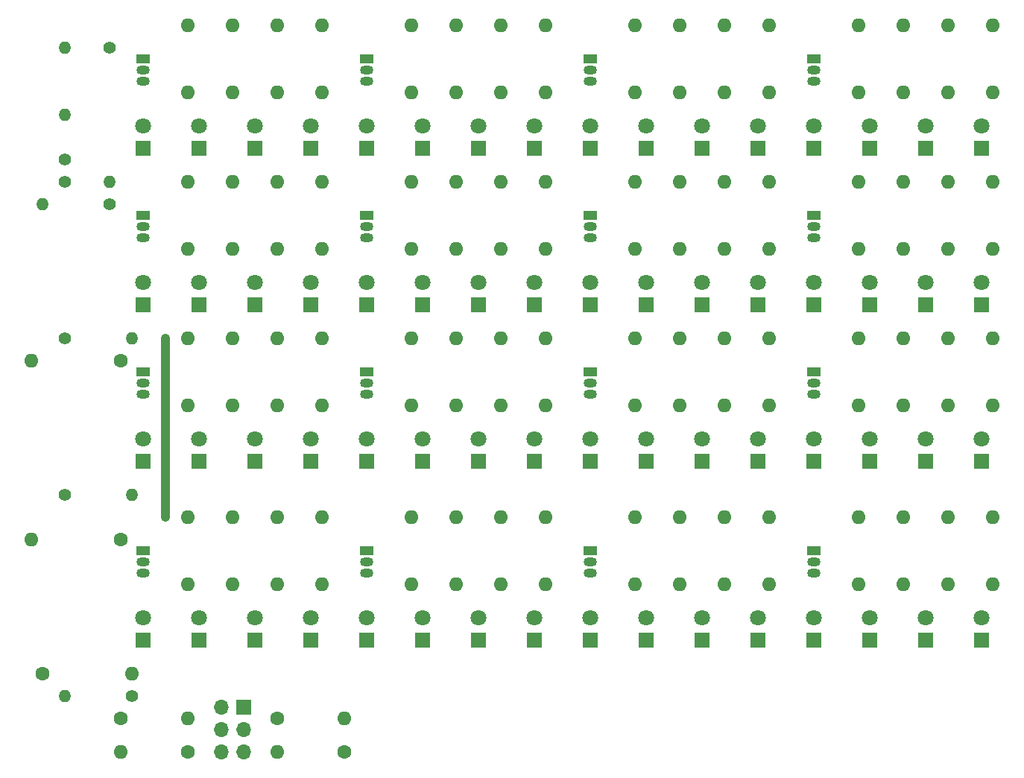
<source format=gbr>
%TF.GenerationSoftware,KiCad,Pcbnew,7.0.10*%
%TF.CreationDate,2024-01-22T13:45:31-05:00*%
%TF.ProjectId,LED_array,4c45445f-6172-4726-9179-2e6b69636164,rev?*%
%TF.SameCoordinates,Original*%
%TF.FileFunction,Copper,L2,Bot*%
%TF.FilePolarity,Positive*%
%FSLAX46Y46*%
G04 Gerber Fmt 4.6, Leading zero omitted, Abs format (unit mm)*
G04 Created by KiCad (PCBNEW 7.0.10) date 2024-01-22 13:45:31*
%MOMM*%
%LPD*%
G01*
G04 APERTURE LIST*
%TA.AperFunction,ComponentPad*%
%ADD10O,1.400000X1.400000*%
%TD*%
%TA.AperFunction,ComponentPad*%
%ADD11C,1.400000*%
%TD*%
%TA.AperFunction,ComponentPad*%
%ADD12C,1.600000*%
%TD*%
%TA.AperFunction,ComponentPad*%
%ADD13O,1.600000X1.600000*%
%TD*%
%TA.AperFunction,ComponentPad*%
%ADD14R,1.800000X1.800000*%
%TD*%
%TA.AperFunction,ComponentPad*%
%ADD15C,1.800000*%
%TD*%
%TA.AperFunction,ComponentPad*%
%ADD16R,1.500000X1.050000*%
%TD*%
%TA.AperFunction,ComponentPad*%
%ADD17O,1.500000X1.050000*%
%TD*%
%TA.AperFunction,ComponentPad*%
%ADD18R,1.700000X1.700000*%
%TD*%
%TA.AperFunction,ComponentPad*%
%ADD19O,1.700000X1.700000*%
%TD*%
%TA.AperFunction,ViaPad*%
%ADD20C,0.800000*%
%TD*%
%TA.AperFunction,Conductor*%
%ADD21C,1.000000*%
%TD*%
G04 APERTURE END LIST*
D10*
%TO.P,R9,2*%
%TO.N,3.3V_3*%
X41910000Y-76200000D03*
D11*
%TO.P,R9,1*%
%TO.N,3.3V*%
X34290000Y-76200000D03*
%TD*%
%TO.P,R6,1*%
%TO.N,3.3V*%
X34290000Y-40640000D03*
D10*
%TO.P,R6,2*%
%TO.N,3.3V_2*%
X39370000Y-40640000D03*
%TD*%
D12*
%TO.P,R10,1*%
%TO.N,GND2*%
X31750000Y-96520000D03*
D13*
%TO.P,R10,2*%
%TO.N,Net-(J1-Pin_1)*%
X41910000Y-96520000D03*
%TD*%
D12*
%TO.P,R14,1*%
%TO.N,GND*%
X40640000Y-81280000D03*
D13*
%TO.P,R14,2*%
%TO.N,GND2*%
X30480000Y-81280000D03*
%TD*%
D12*
%TO.P,R13,1*%
%TO.N,GND*%
X40640000Y-60960000D03*
D13*
%TO.P,R13,2*%
%TO.N,GND2*%
X30480000Y-60960000D03*
%TD*%
D10*
%TO.P,R12,2*%
%TO.N,GND2*%
X31750000Y-43180000D03*
D11*
%TO.P,R12,1*%
%TO.N,GND*%
X39370000Y-43180000D03*
%TD*%
%TO.P,R11,1*%
%TO.N,GND*%
X39370000Y-25400000D03*
D10*
%TO.P,R11,2*%
%TO.N,GND2*%
X34290000Y-25400000D03*
%TD*%
D11*
%TO.P,R7,1*%
%TO.N,3.3V*%
X34290000Y-58420000D03*
D10*
%TO.P,R7,2*%
%TO.N,3.3V_3*%
X41910000Y-58420000D03*
%TD*%
D11*
%TO.P,R5,1*%
%TO.N,3.3V*%
X34290000Y-38100000D03*
D10*
%TO.P,R5,2*%
%TO.N,3.3V_1*%
X34290000Y-33020000D03*
%TD*%
%TO.P,R8,2*%
%TO.N,3.3V*%
X34290000Y-99060000D03*
D11*
%TO.P,R8,1*%
%TO.N,Net-(J1-Pin_2)*%
X41910000Y-99060000D03*
%TD*%
D12*
%TO.P,R2,1*%
%TO.N,Net-(J1-Pin_6)*%
X48260000Y-105410000D03*
D13*
%TO.P,R2,2*%
%TO.N,PWM2*%
X40640000Y-105410000D03*
%TD*%
%TO.P,R1103,1*%
%TO.N,3.3V_2*%
X134620000Y-40640000D03*
%TO.P,R1103,2*%
%TO.N,Net-(D1103-A)*%
X134620000Y-48260000D03*
%TD*%
D12*
%TO.P,R1,1*%
%TO.N,PWM1*%
X66040000Y-105410000D03*
D13*
%TO.P,R1,2*%
%TO.N,Net-(J1-Pin_5)*%
X58420000Y-105410000D03*
%TD*%
%TO.P,R801,1*%
%TO.N,3.3V_2*%
X48260000Y-40640000D03*
%TO.P,R801,2*%
%TO.N,Net-(D801-A)*%
X48260000Y-48260000D03*
%TD*%
%TO.P,R901,1*%
%TO.N,3.3V_2*%
X73660000Y-40640000D03*
%TO.P,R901,2*%
%TO.N,Net-(D901-A)*%
X73660000Y-48260000D03*
%TD*%
D14*
%TO.P,D504,1,K*%
%TO.N,Net-(D501-K)*%
X113030000Y-36830000D03*
D15*
%TO.P,D504,2,A*%
%TO.N,Net-(D504-A)*%
X113030000Y-34290000D03*
%TD*%
D13*
%TO.P,R1602,1*%
%TO.N,3.3V_3*%
X109220000Y-78740000D03*
%TO.P,R1602,2*%
%TO.N,Net-(D1602-A)*%
X109220000Y-86360000D03*
%TD*%
%TO.P,R1803,1*%
%TO.N,3.3V_3*%
X78740000Y-58420000D03*
%TO.P,R1803,2*%
%TO.N,Net-(D1803-A)*%
X78740000Y-66040000D03*
%TD*%
D14*
%TO.P,D1504,1,K*%
%TO.N,Net-(D1501-K)*%
X81280000Y-92710000D03*
D15*
%TO.P,D1504,2,A*%
%TO.N,Net-(D1504-A)*%
X81280000Y-90170000D03*
%TD*%
D13*
%TO.P,R1403,1*%
%TO.N,3.3V_3*%
X124460000Y-58420000D03*
%TO.P,R1403,2*%
%TO.N,Net-(D1403-A)*%
X124460000Y-66040000D03*
%TD*%
D14*
%TO.P,D1004,1,K*%
%TO.N,Net-(D1001-K)*%
X113030000Y-54610000D03*
D15*
%TO.P,D1004,2,A*%
%TO.N,Net-(D1004-A)*%
X113030000Y-52070000D03*
%TD*%
D13*
%TO.P,R1003,1*%
%TO.N,3.3V_2*%
X109220000Y-40640000D03*
%TO.P,R1003,2*%
%TO.N,Net-(D1003-A)*%
X109220000Y-48260000D03*
%TD*%
%TO.P,R1802,1*%
%TO.N,3.3V_3*%
X63500000Y-58420000D03*
%TO.P,R1802,2*%
%TO.N,Net-(D1802-A)*%
X63500000Y-66040000D03*
%TD*%
%TO.P,R2003,1*%
%TO.N,3.3V_3*%
X78740000Y-78740000D03*
%TO.P,R2003,2*%
%TO.N,Net-(D2003-A)*%
X78740000Y-86360000D03*
%TD*%
D14*
%TO.P,D404,1,K*%
%TO.N,Net-(D401-K)*%
X87630000Y-36830000D03*
D15*
%TO.P,D404,2,A*%
%TO.N,Net-(D404-A)*%
X87630000Y-34290000D03*
%TD*%
D14*
%TO.P,D1302,1,K*%
%TO.N,Net-(D1301-K)*%
X55880000Y-72390000D03*
D15*
%TO.P,D1302,2,A*%
%TO.N,Net-(D1302-A)*%
X55880000Y-69850000D03*
%TD*%
D14*
%TO.P,D1603,1,K*%
%TO.N,Net-(D1601-K)*%
X119380000Y-92710000D03*
D15*
%TO.P,D1603,2,A*%
%TO.N,Net-(D1603-A)*%
X119380000Y-90170000D03*
%TD*%
D14*
%TO.P,D802,1,K*%
%TO.N,Net-(D801-K)*%
X49530000Y-54610000D03*
D15*
%TO.P,D802,2,A*%
%TO.N,Net-(D802-A)*%
X49530000Y-52070000D03*
%TD*%
D14*
%TO.P,D804,1,K*%
%TO.N,Net-(D801-K)*%
X62230000Y-54610000D03*
D15*
%TO.P,D804,2,A*%
%TO.N,Net-(D804-A)*%
X62230000Y-52070000D03*
%TD*%
D14*
%TO.P,D1904,1,K*%
%TO.N,Net-(D1901-K)*%
X138430000Y-72390000D03*
D15*
%TO.P,D1904,2,A*%
%TO.N,Net-(D1904-A)*%
X138430000Y-69850000D03*
%TD*%
D13*
%TO.P,R903,1*%
%TO.N,3.3V_2*%
X83820000Y-40640000D03*
%TO.P,R903,2*%
%TO.N,Net-(D903-A)*%
X83820000Y-48260000D03*
%TD*%
%TO.P,R503,1*%
%TO.N,3.3V_1*%
X109220000Y-22850000D03*
%TO.P,R503,2*%
%TO.N,Net-(D503-A)*%
X109220000Y-30470000D03*
%TD*%
%TO.P,R1902,1*%
%TO.N,3.3V_3*%
X114300000Y-58430000D03*
%TO.P,R1902,2*%
%TO.N,Net-(D1902-A)*%
X114300000Y-66050000D03*
%TD*%
%TO.P,R1804,1*%
%TO.N,3.3V_3*%
X88900000Y-58420000D03*
%TO.P,R1804,2*%
%TO.N,Net-(D1804-A)*%
X88900000Y-66040000D03*
%TD*%
%TO.P,R303,1*%
%TO.N,3.3V_1*%
X58420000Y-22860000D03*
%TO.P,R303,2*%
%TO.N,Net-(D303-A)*%
X58420000Y-30480000D03*
%TD*%
D16*
%TO.P,Q1801,1,E*%
%TO.N,GND*%
X119380000Y-62230000D03*
D17*
%TO.P,Q1801,2,B*%
%TO.N,PWM4*%
X119380000Y-63500000D03*
%TO.P,Q1801,3,C*%
%TO.N,Net-(D1801-K)*%
X119380000Y-64770000D03*
%TD*%
D13*
%TO.P,R1303,1*%
%TO.N,3.3V_3*%
X73660000Y-58420000D03*
%TO.P,R1303,2*%
%TO.N,Net-(D1303-A)*%
X73660000Y-66040000D03*
%TD*%
D12*
%TO.P,R4,1*%
%TO.N,Net-(J1-Pin_3)*%
X58420000Y-101615000D03*
D13*
%TO.P,R4,2*%
%TO.N,PWM4*%
X66040000Y-101615000D03*
%TD*%
%TO.P,R301,1*%
%TO.N,3.3V_1*%
X48260000Y-22860000D03*
%TO.P,R301,2*%
%TO.N,Net-(D301-A)*%
X48260000Y-30480000D03*
%TD*%
D14*
%TO.P,D302,1,K*%
%TO.N,Net-(D301-K)*%
X49530000Y-36830000D03*
D15*
%TO.P,D302,2,A*%
%TO.N,Net-(D302-A)*%
X49530000Y-34290000D03*
%TD*%
D14*
%TO.P,D1804,1,K*%
%TO.N,Net-(D1801-K)*%
X87630000Y-72390000D03*
D15*
%TO.P,D1804,2,A*%
%TO.N,Net-(D1804-A)*%
X87630000Y-69850000D03*
%TD*%
D13*
%TO.P,R304,1*%
%TO.N,3.3V_1*%
X63500000Y-22860000D03*
%TO.P,R304,2*%
%TO.N,Net-(D304-A)*%
X63500000Y-30480000D03*
%TD*%
%TO.P,R1903,1*%
%TO.N,3.3V_3*%
X129540000Y-58420000D03*
%TO.P,R1903,2*%
%TO.N,Net-(D1903-A)*%
X129540000Y-66040000D03*
%TD*%
D14*
%TO.P,D1102,1,K*%
%TO.N,Net-(D1101-K)*%
X125730000Y-54610000D03*
D15*
%TO.P,D1102,2,A*%
%TO.N,Net-(D1102-A)*%
X125730000Y-52070000D03*
%TD*%
D13*
%TO.P,R804,1*%
%TO.N,3.3V_2*%
X63500000Y-40640000D03*
%TO.P,R804,2*%
%TO.N,Net-(D804-A)*%
X63500000Y-48260000D03*
%TD*%
%TO.P,R1601,1*%
%TO.N,3.3V_3*%
X99060000Y-78740000D03*
%TO.P,R1601,2*%
%TO.N,Net-(D1601-A)*%
X99060000Y-86360000D03*
%TD*%
%TO.P,R1304,1*%
%TO.N,3.3V_3*%
X83820000Y-58420000D03*
%TO.P,R1304,2*%
%TO.N,Net-(D1304-A)*%
X83820000Y-66040000D03*
%TD*%
D14*
%TO.P,D304,1,K*%
%TO.N,Net-(D301-K)*%
X62230000Y-36830000D03*
D15*
%TO.P,D304,2,A*%
%TO.N,Net-(D304-A)*%
X62230000Y-34290000D03*
%TD*%
D13*
%TO.P,R1002,1*%
%TO.N,3.3V_2*%
X104140000Y-40640000D03*
%TO.P,R1002,2*%
%TO.N,Net-(D1002-A)*%
X104140000Y-48260000D03*
%TD*%
D14*
%TO.P,D601,1,K*%
%TO.N,Net-(D601-K)*%
X119380000Y-36830000D03*
D15*
%TO.P,D601,2,A*%
%TO.N,Net-(D601-A)*%
X119380000Y-34290000D03*
%TD*%
D13*
%TO.P,R1302,1*%
%TO.N,3.3V_3*%
X58420000Y-58420000D03*
%TO.P,R1302,2*%
%TO.N,Net-(D1302-A)*%
X58420000Y-66040000D03*
%TD*%
D14*
%TO.P,D904,1,K*%
%TO.N,Net-(D901-K)*%
X87630000Y-54610000D03*
D15*
%TO.P,D904,2,A*%
%TO.N,Net-(D904-A)*%
X87630000Y-52070000D03*
%TD*%
D16*
%TO.P,Q901,1,E*%
%TO.N,GND*%
X68580000Y-44450000D03*
D17*
%TO.P,Q901,2,B*%
%TO.N,PWM2*%
X68580000Y-45720000D03*
%TO.P,Q901,3,C*%
%TO.N,Net-(D901-K)*%
X68580000Y-46990000D03*
%TD*%
D14*
%TO.P,D2003,1,K*%
%TO.N,Net-(D2001-K)*%
X74930000Y-92710000D03*
D15*
%TO.P,D2003,2,A*%
%TO.N,Net-(D2003-A)*%
X74930000Y-90170000D03*
%TD*%
D13*
%TO.P,R904,1*%
%TO.N,3.3V_2*%
X88900000Y-40640000D03*
%TO.P,R904,2*%
%TO.N,Net-(D904-A)*%
X88900000Y-48260000D03*
%TD*%
%TO.P,R403,1*%
%TO.N,3.3V_1*%
X83820000Y-22860000D03*
%TO.P,R403,2*%
%TO.N,Net-(D403-A)*%
X83820000Y-30480000D03*
%TD*%
%TO.P,R1102,1*%
%TO.N,3.3V_2*%
X129540000Y-40640000D03*
%TO.P,R1102,2*%
%TO.N,Net-(D1102-A)*%
X129540000Y-48260000D03*
%TD*%
D14*
%TO.P,D1803,1,K*%
%TO.N,Net-(D1801-K)*%
X74930000Y-72390000D03*
D15*
%TO.P,D1803,2,A*%
%TO.N,Net-(D1803-A)*%
X74930000Y-69850000D03*
%TD*%
D14*
%TO.P,D1101,1,K*%
%TO.N,Net-(D1101-K)*%
X119380000Y-54610000D03*
D15*
%TO.P,D1101,2,A*%
%TO.N,Net-(D1101-A)*%
X119380000Y-52070000D03*
%TD*%
D14*
%TO.P,D401,1,K*%
%TO.N,Net-(D401-K)*%
X68580000Y-36830000D03*
D15*
%TO.P,D401,2,A*%
%TO.N,Net-(D401-A)*%
X68580000Y-34290000D03*
%TD*%
D13*
%TO.P,R1301,1*%
%TO.N,3.3V_3*%
X48260000Y-58420000D03*
%TO.P,R1301,2*%
%TO.N,Net-(D1301-A)*%
X48260000Y-66040000D03*
%TD*%
%TO.P,R601,1*%
%TO.N,3.3V_1*%
X124460000Y-22850000D03*
%TO.P,R601,2*%
%TO.N,Net-(D601-A)*%
X124460000Y-30470000D03*
%TD*%
D14*
%TO.P,D801,1,K*%
%TO.N,Net-(D801-K)*%
X43180000Y-54610000D03*
D15*
%TO.P,D801,2,A*%
%TO.N,Net-(D801-A)*%
X43180000Y-52070000D03*
%TD*%
D13*
%TO.P,R1503,1*%
%TO.N,3.3V_3*%
X73660000Y-78740000D03*
%TO.P,R1503,2*%
%TO.N,Net-(D1503-A)*%
X73660000Y-86360000D03*
%TD*%
D16*
%TO.P,Q501,1,E*%
%TO.N,GND*%
X93980000Y-26660000D03*
D17*
%TO.P,Q501,2,B*%
%TO.N,PWM1*%
X93980000Y-27930000D03*
%TO.P,Q501,3,C*%
%TO.N,Net-(D501-K)*%
X93980000Y-29200000D03*
%TD*%
D16*
%TO.P,Q801,1,E*%
%TO.N,GND*%
X43180000Y-44450000D03*
D17*
%TO.P,Q801,2,B*%
%TO.N,PWM2*%
X43180000Y-45720000D03*
%TO.P,Q801,3,C*%
%TO.N,Net-(D801-K)*%
X43180000Y-46990000D03*
%TD*%
D12*
%TO.P,R3,1*%
%TO.N,PWM3*%
X40620000Y-101615000D03*
D13*
%TO.P,R3,2*%
%TO.N,Net-(J1-Pin_4)*%
X48240000Y-101615000D03*
%TD*%
D14*
%TO.P,D2103,1,K*%
%TO.N,Net-(D2101-K)*%
X125730000Y-92710000D03*
D15*
%TO.P,D2103,2,A*%
%TO.N,Net-(D2103-A)*%
X125730000Y-90170000D03*
%TD*%
D13*
%TO.P,R2101,1*%
%TO.N,3.3V_3*%
X104140000Y-78740000D03*
%TO.P,R2101,2*%
%TO.N,Net-(D2101-A)*%
X104140000Y-86360000D03*
%TD*%
D16*
%TO.P,Q1401,1,E*%
%TO.N,GND*%
X68580000Y-62230000D03*
D17*
%TO.P,Q1401,2,B*%
%TO.N,PWM3*%
X68580000Y-63500000D03*
%TO.P,Q1401,3,C*%
%TO.N,Net-(D1401-K)*%
X68580000Y-64770000D03*
%TD*%
D14*
%TO.P,D403,1,K*%
%TO.N,Net-(D401-K)*%
X81280000Y-36830000D03*
D15*
%TO.P,D403,2,A*%
%TO.N,Net-(D403-A)*%
X81280000Y-34290000D03*
%TD*%
D16*
%TO.P,Q301,1,E*%
%TO.N,GND*%
X43180000Y-26670000D03*
D17*
%TO.P,Q301,2,B*%
%TO.N,PWM1*%
X43180000Y-27940000D03*
%TO.P,Q301,3,C*%
%TO.N,Net-(D301-K)*%
X43180000Y-29210000D03*
%TD*%
D14*
%TO.P,D2002,1,K*%
%TO.N,Net-(D2001-K)*%
X62230000Y-92710000D03*
D15*
%TO.P,D2002,2,A*%
%TO.N,Net-(D2002-A)*%
X62230000Y-90170000D03*
%TD*%
D14*
%TO.P,D303,1,K*%
%TO.N,Net-(D301-K)*%
X55880000Y-36830000D03*
D15*
%TO.P,D303,2,A*%
%TO.N,Net-(D303-A)*%
X55880000Y-34290000D03*
%TD*%
D14*
%TO.P,D1304,1,K*%
%TO.N,Net-(D1301-K)*%
X81280000Y-72390000D03*
D15*
%TO.P,D1304,2,A*%
%TO.N,Net-(D1304-A)*%
X81280000Y-69850000D03*
%TD*%
D14*
%TO.P,D1903,1,K*%
%TO.N,Net-(D1901-K)*%
X125730000Y-72390000D03*
D15*
%TO.P,D1903,2,A*%
%TO.N,Net-(D1903-A)*%
X125730000Y-69850000D03*
%TD*%
D13*
%TO.P,R603,1*%
%TO.N,3.3V_1*%
X134620000Y-22850000D03*
%TO.P,R603,2*%
%TO.N,Net-(D603-A)*%
X134620000Y-30470000D03*
%TD*%
D14*
%TO.P,D1802,1,K*%
%TO.N,Net-(D1801-K)*%
X62230000Y-72390000D03*
D15*
%TO.P,D1802,2,A*%
%TO.N,Net-(D1802-A)*%
X62230000Y-69850000D03*
%TD*%
D14*
%TO.P,D903,1,K*%
%TO.N,Net-(D901-K)*%
X81280000Y-54610000D03*
D15*
%TO.P,D903,2,A*%
%TO.N,Net-(D903-A)*%
X81280000Y-52070000D03*
%TD*%
D14*
%TO.P,D1801,1,K*%
%TO.N,Net-(D1801-K)*%
X49530000Y-72390000D03*
D15*
%TO.P,D1801,2,A*%
%TO.N,Net-(D1801-A)*%
X49530000Y-69850000D03*
%TD*%
D14*
%TO.P,D603,1,K*%
%TO.N,Net-(D601-K)*%
X132080000Y-36830000D03*
D15*
%TO.P,D603,2,A*%
%TO.N,Net-(D603-A)*%
X132080000Y-34290000D03*
%TD*%
D14*
%TO.P,D1403,1,K*%
%TO.N,Net-(D1401-K)*%
X119380000Y-72390000D03*
D15*
%TO.P,D1403,2,A*%
%TO.N,Net-(D1403-A)*%
X119380000Y-69850000D03*
%TD*%
D13*
%TO.P,R401,1*%
%TO.N,3.3V_1*%
X73660000Y-22860000D03*
%TO.P,R401,2*%
%TO.N,Net-(D401-A)*%
X73660000Y-30480000D03*
%TD*%
D14*
%TO.P,D1303,1,K*%
%TO.N,Net-(D1301-K)*%
X68580000Y-72390000D03*
D15*
%TO.P,D1303,2,A*%
%TO.N,Net-(D1303-A)*%
X68580000Y-69850000D03*
%TD*%
D14*
%TO.P,D2101,1,K*%
%TO.N,Net-(D2101-K)*%
X100330000Y-92710000D03*
D15*
%TO.P,D2101,2,A*%
%TO.N,Net-(D2101-A)*%
X100330000Y-90170000D03*
%TD*%
D13*
%TO.P,R404,1*%
%TO.N,3.3V_1*%
X88900000Y-22860000D03*
%TO.P,R404,2*%
%TO.N,Net-(D404-A)*%
X88900000Y-30480000D03*
%TD*%
D16*
%TO.P,Q601,1,E*%
%TO.N,GND*%
X119380000Y-26660000D03*
D17*
%TO.P,Q601,2,B*%
%TO.N,PWM1*%
X119380000Y-27930000D03*
%TO.P,Q601,3,C*%
%TO.N,Net-(D601-K)*%
X119380000Y-29200000D03*
%TD*%
D13*
%TO.P,R604,1*%
%TO.N,3.3V_1*%
X139700000Y-22850000D03*
%TO.P,R604,2*%
%TO.N,Net-(D604-A)*%
X139700000Y-30470000D03*
%TD*%
D16*
%TO.P,Q1101,1,E*%
%TO.N,GND*%
X119380000Y-44450000D03*
D17*
%TO.P,Q1101,2,B*%
%TO.N,PWM2*%
X119380000Y-45720000D03*
%TO.P,Q1101,3,C*%
%TO.N,Net-(D1101-K)*%
X119380000Y-46990000D03*
%TD*%
D13*
%TO.P,R302,1*%
%TO.N,3.3V_1*%
X53340000Y-22860000D03*
%TO.P,R302,2*%
%TO.N,Net-(D302-A)*%
X53340000Y-30480000D03*
%TD*%
D14*
%TO.P,D1501,1,K*%
%TO.N,Net-(D1501-K)*%
X43180000Y-92710000D03*
D15*
%TO.P,D1501,2,A*%
%TO.N,Net-(D1501-A)*%
X43180000Y-90170000D03*
%TD*%
D14*
%TO.P,D1502,1,K*%
%TO.N,Net-(D1501-K)*%
X55880000Y-92710000D03*
D15*
%TO.P,D1502,2,A*%
%TO.N,Net-(D1502-A)*%
X55880000Y-90170000D03*
%TD*%
D13*
%TO.P,R1801,1*%
%TO.N,3.3V_3*%
X53340000Y-58420000D03*
%TO.P,R1801,2*%
%TO.N,Net-(D1801-A)*%
X53340000Y-66040000D03*
%TD*%
D14*
%TO.P,D301,1,K*%
%TO.N,Net-(D301-K)*%
X43180000Y-36830000D03*
D15*
%TO.P,D301,2,A*%
%TO.N,Net-(D301-A)*%
X43180000Y-34290000D03*
%TD*%
D14*
%TO.P,D604,1,K*%
%TO.N,Net-(D601-K)*%
X138430000Y-36830000D03*
D15*
%TO.P,D604,2,A*%
%TO.N,Net-(D604-A)*%
X138430000Y-34290000D03*
%TD*%
D14*
%TO.P,D1301,1,K*%
%TO.N,Net-(D1301-K)*%
X43180000Y-72390000D03*
D15*
%TO.P,D1301,2,A*%
%TO.N,Net-(D1301-A)*%
X43180000Y-69850000D03*
%TD*%
D14*
%TO.P,D503,1,K*%
%TO.N,Net-(D501-K)*%
X106680000Y-36830000D03*
D15*
%TO.P,D503,2,A*%
%TO.N,Net-(D503-A)*%
X106680000Y-34290000D03*
%TD*%
D13*
%TO.P,R1104,1*%
%TO.N,3.3V_2*%
X139700000Y-40640000D03*
%TO.P,R1104,2*%
%TO.N,Net-(D1104-A)*%
X139700000Y-48260000D03*
%TD*%
D14*
%TO.P,D803,1,K*%
%TO.N,Net-(D801-K)*%
X55880000Y-54610000D03*
D15*
%TO.P,D803,2,A*%
%TO.N,Net-(D803-A)*%
X55880000Y-52070000D03*
%TD*%
D14*
%TO.P,D1002,1,K*%
%TO.N,Net-(D1001-K)*%
X100330000Y-54610000D03*
D15*
%TO.P,D1002,2,A*%
%TO.N,Net-(D1002-A)*%
X100330000Y-52070000D03*
%TD*%
D14*
%TO.P,D1003,1,K*%
%TO.N,Net-(D1001-K)*%
X106680000Y-54610000D03*
D15*
%TO.P,D1003,2,A*%
%TO.N,Net-(D1003-A)*%
X106680000Y-52070000D03*
%TD*%
D14*
%TO.P,D602,1,K*%
%TO.N,Net-(D601-K)*%
X125730000Y-36830000D03*
D15*
%TO.P,D602,2,A*%
%TO.N,Net-(D602-A)*%
X125730000Y-34290000D03*
%TD*%
D14*
%TO.P,D1602,1,K*%
%TO.N,Net-(D1601-K)*%
X106680000Y-92710000D03*
D15*
%TO.P,D1602,2,A*%
%TO.N,Net-(D1602-A)*%
X106680000Y-90170000D03*
%TD*%
D13*
%TO.P,R1504,1*%
%TO.N,3.3V_3*%
X83820000Y-78740000D03*
%TO.P,R1504,2*%
%TO.N,Net-(D1504-A)*%
X83820000Y-86360000D03*
%TD*%
%TO.P,R1004,1*%
%TO.N,3.3V_2*%
X114300000Y-40640000D03*
%TO.P,R1004,2*%
%TO.N,Net-(D1004-A)*%
X114300000Y-48260000D03*
%TD*%
%TO.P,R1402,1*%
%TO.N,3.3V_3*%
X109220000Y-58420000D03*
%TO.P,R1402,2*%
%TO.N,Net-(D1402-A)*%
X109220000Y-66040000D03*
%TD*%
D14*
%TO.P,D1402,1,K*%
%TO.N,Net-(D1401-K)*%
X106680000Y-72390000D03*
D15*
%TO.P,D1402,2,A*%
%TO.N,Net-(D1402-A)*%
X106680000Y-69850000D03*
%TD*%
D16*
%TO.P,Q401,1,E*%
%TO.N,GND*%
X68580000Y-26670000D03*
D17*
%TO.P,Q401,2,B*%
%TO.N,PWM1*%
X68580000Y-27940000D03*
%TO.P,Q401,3,C*%
%TO.N,Net-(D401-K)*%
X68580000Y-29210000D03*
%TD*%
D18*
%TO.P,J1,1,Pin_1*%
%TO.N,Net-(J1-Pin_1)*%
X54610000Y-100345000D03*
D19*
%TO.P,J1,2,Pin_2*%
%TO.N,Net-(J1-Pin_2)*%
X52070000Y-100345000D03*
%TO.P,J1,3,Pin_3*%
%TO.N,Net-(J1-Pin_3)*%
X54610000Y-102885000D03*
%TO.P,J1,4,Pin_4*%
%TO.N,Net-(J1-Pin_4)*%
X52070000Y-102885000D03*
%TO.P,J1,5,Pin_5*%
%TO.N,Net-(J1-Pin_5)*%
X54610000Y-105425000D03*
%TO.P,J1,6,Pin_6*%
%TO.N,Net-(J1-Pin_6)*%
X52070000Y-105425000D03*
%TD*%
D14*
%TO.P,D1901,1,K*%
%TO.N,Net-(D1901-K)*%
X100330000Y-72390000D03*
D15*
%TO.P,D1901,2,A*%
%TO.N,Net-(D1901-A)*%
X100330000Y-69850000D03*
%TD*%
D14*
%TO.P,D1001,1,K*%
%TO.N,Net-(D1001-K)*%
X93980000Y-54610000D03*
D15*
%TO.P,D1001,2,A*%
%TO.N,Net-(D1001-A)*%
X93980000Y-52070000D03*
%TD*%
D13*
%TO.P,R602,1*%
%TO.N,3.3V_1*%
X129540000Y-22850000D03*
%TO.P,R602,2*%
%TO.N,Net-(D602-A)*%
X129540000Y-30470000D03*
%TD*%
D14*
%TO.P,D2104,1,K*%
%TO.N,Net-(D2101-K)*%
X138430000Y-92710000D03*
D15*
%TO.P,D2104,2,A*%
%TO.N,Net-(D2104-A)*%
X138430000Y-90170000D03*
%TD*%
D13*
%TO.P,R504,1*%
%TO.N,3.3V_1*%
X114300000Y-22860000D03*
%TO.P,R504,2*%
%TO.N,Net-(D504-A)*%
X114300000Y-30480000D03*
%TD*%
D14*
%TO.P,D2004,1,K*%
%TO.N,Net-(D2001-K)*%
X87630000Y-92710000D03*
D15*
%TO.P,D2004,2,A*%
%TO.N,Net-(D2004-A)*%
X87630000Y-90170000D03*
%TD*%
D13*
%TO.P,R2004,1*%
%TO.N,3.3V_3*%
X88900000Y-78740000D03*
%TO.P,R2004,2*%
%TO.N,Net-(D2004-A)*%
X88900000Y-86360000D03*
%TD*%
%TO.P,R2103,1*%
%TO.N,3.3V_3*%
X129540000Y-78740000D03*
%TO.P,R2103,2*%
%TO.N,Net-(D2103-A)*%
X129540000Y-86360000D03*
%TD*%
D14*
%TO.P,D2001,1,K*%
%TO.N,Net-(D2001-K)*%
X49530000Y-92710000D03*
D15*
%TO.P,D2001,2,A*%
%TO.N,Net-(D2001-A)*%
X49530000Y-90170000D03*
%TD*%
D13*
%TO.P,R1502,1*%
%TO.N,3.3V_3*%
X58420000Y-78740000D03*
%TO.P,R1502,2*%
%TO.N,Net-(D1502-A)*%
X58420000Y-86360000D03*
%TD*%
D14*
%TO.P,D2102,1,K*%
%TO.N,Net-(D2101-K)*%
X113030000Y-92710000D03*
D15*
%TO.P,D2102,2,A*%
%TO.N,Net-(D2102-A)*%
X113030000Y-90170000D03*
%TD*%
D14*
%TO.P,D1401,1,K*%
%TO.N,Net-(D1401-K)*%
X93980000Y-72390000D03*
D15*
%TO.P,D1401,2,A*%
%TO.N,Net-(D1401-A)*%
X93980000Y-69850000D03*
%TD*%
D13*
%TO.P,R1101,1*%
%TO.N,3.3V_2*%
X124460000Y-40640000D03*
%TO.P,R1101,2*%
%TO.N,Net-(D1101-A)*%
X124460000Y-48260000D03*
%TD*%
%TO.P,R1603,1*%
%TO.N,3.3V_3*%
X124460000Y-78740000D03*
%TO.P,R1603,2*%
%TO.N,Net-(D1603-A)*%
X124460000Y-86360000D03*
%TD*%
D16*
%TO.P,Q1901,1,E*%
%TO.N,GND*%
X93980000Y-62230000D03*
D17*
%TO.P,Q1901,2,B*%
%TO.N,PWM4*%
X93980000Y-63500000D03*
%TO.P,Q1901,3,C*%
%TO.N,Net-(D1901-K)*%
X93980000Y-64770000D03*
%TD*%
D13*
%TO.P,R802,1*%
%TO.N,3.3V_2*%
X53340000Y-40640000D03*
%TO.P,R802,2*%
%TO.N,Net-(D802-A)*%
X53340000Y-48260000D03*
%TD*%
D14*
%TO.P,D901,1,K*%
%TO.N,Net-(D901-K)*%
X68580000Y-54610000D03*
D15*
%TO.P,D901,2,A*%
%TO.N,Net-(D901-A)*%
X68580000Y-52070000D03*
%TD*%
D16*
%TO.P,Q1001,1,E*%
%TO.N,GND*%
X93980000Y-44450000D03*
D17*
%TO.P,Q1001,2,B*%
%TO.N,PWM2*%
X93980000Y-45720000D03*
%TO.P,Q1001,3,C*%
%TO.N,Net-(D1001-K)*%
X93980000Y-46990000D03*
%TD*%
D13*
%TO.P,R2104,1*%
%TO.N,3.3V_3*%
X139700000Y-78740000D03*
%TO.P,R2104,2*%
%TO.N,Net-(D2104-A)*%
X139700000Y-86360000D03*
%TD*%
D14*
%TO.P,D1404,1,K*%
%TO.N,Net-(D1401-K)*%
X132080000Y-72390000D03*
D15*
%TO.P,D1404,2,A*%
%TO.N,Net-(D1404-A)*%
X132080000Y-69850000D03*
%TD*%
D14*
%TO.P,D502,1,K*%
%TO.N,Net-(D501-K)*%
X100330000Y-36830000D03*
D15*
%TO.P,D502,2,A*%
%TO.N,Net-(D502-A)*%
X100330000Y-34290000D03*
%TD*%
D13*
%TO.P,R803,1*%
%TO.N,3.3V_2*%
X58420000Y-40640000D03*
%TO.P,R803,2*%
%TO.N,Net-(D803-A)*%
X58420000Y-48260000D03*
%TD*%
%TO.P,R902,1*%
%TO.N,3.3V_2*%
X78740000Y-40640000D03*
%TO.P,R902,2*%
%TO.N,Net-(D902-A)*%
X78740000Y-48260000D03*
%TD*%
D14*
%TO.P,D1103,1,K*%
%TO.N,Net-(D1101-K)*%
X132080000Y-54610000D03*
D15*
%TO.P,D1103,2,A*%
%TO.N,Net-(D1103-A)*%
X132080000Y-52070000D03*
%TD*%
D14*
%TO.P,D501,1,K*%
%TO.N,Net-(D501-K)*%
X93980000Y-36830000D03*
D15*
%TO.P,D501,2,A*%
%TO.N,Net-(D501-A)*%
X93980000Y-34290000D03*
%TD*%
D13*
%TO.P,R2102,1*%
%TO.N,3.3V_3*%
X114300000Y-78740000D03*
%TO.P,R2102,2*%
%TO.N,Net-(D2102-A)*%
X114300000Y-86360000D03*
%TD*%
%TO.P,R501,1*%
%TO.N,3.3V_1*%
X99060000Y-22850000D03*
%TO.P,R501,2*%
%TO.N,Net-(D501-A)*%
X99060000Y-30470000D03*
%TD*%
%TO.P,R1901,1*%
%TO.N,3.3V_3*%
X104140000Y-58420000D03*
%TO.P,R1901,2*%
%TO.N,Net-(D1901-A)*%
X104140000Y-66040000D03*
%TD*%
D14*
%TO.P,D1604,1,K*%
%TO.N,Net-(D1601-K)*%
X132080000Y-92710000D03*
D15*
%TO.P,D1604,2,A*%
%TO.N,Net-(D1604-A)*%
X132080000Y-90170000D03*
%TD*%
D13*
%TO.P,R1501,1*%
%TO.N,3.3V_3*%
X48260000Y-78740000D03*
%TO.P,R1501,2*%
%TO.N,Net-(D1501-A)*%
X48260000Y-86360000D03*
%TD*%
%TO.P,R1404,1*%
%TO.N,3.3V_3*%
X134620000Y-58420000D03*
%TO.P,R1404,2*%
%TO.N,Net-(D1404-A)*%
X134620000Y-66040000D03*
%TD*%
D16*
%TO.P,Q1501,1,E*%
%TO.N,GND*%
X43180000Y-82550000D03*
D17*
%TO.P,Q1501,2,B*%
%TO.N,PWM3*%
X43180000Y-83820000D03*
%TO.P,Q1501,3,C*%
%TO.N,Net-(D1501-K)*%
X43180000Y-85090000D03*
%TD*%
D13*
%TO.P,R1001,1*%
%TO.N,3.3V_2*%
X99060000Y-40640000D03*
%TO.P,R1001,2*%
%TO.N,Net-(D1001-A)*%
X99060000Y-48260000D03*
%TD*%
D16*
%TO.P,Q1301,1,E*%
%TO.N,GND*%
X43180000Y-62230000D03*
D17*
%TO.P,Q1301,2,B*%
%TO.N,PWM3*%
X43180000Y-63500000D03*
%TO.P,Q1301,3,C*%
%TO.N,Net-(D1301-K)*%
X43180000Y-64770000D03*
%TD*%
D13*
%TO.P,R1604,1*%
%TO.N,3.3V_3*%
X134620000Y-78740000D03*
%TO.P,R1604,2*%
%TO.N,Net-(D1604-A)*%
X134620000Y-86360000D03*
%TD*%
D14*
%TO.P,D902,1,K*%
%TO.N,Net-(D901-K)*%
X74930000Y-54610000D03*
D15*
%TO.P,D902,2,A*%
%TO.N,Net-(D902-A)*%
X74930000Y-52070000D03*
%TD*%
D16*
%TO.P,Q2101,1,E*%
%TO.N,GND*%
X93980000Y-82550000D03*
D17*
%TO.P,Q2101,2,B*%
%TO.N,PWM4*%
X93980000Y-83820000D03*
%TO.P,Q2101,3,C*%
%TO.N,Net-(D2101-K)*%
X93980000Y-85090000D03*
%TD*%
D14*
%TO.P,D1601,1,K*%
%TO.N,Net-(D1601-K)*%
X93980000Y-92710000D03*
D15*
%TO.P,D1601,2,A*%
%TO.N,Net-(D1601-A)*%
X93980000Y-90170000D03*
%TD*%
D13*
%TO.P,R1904,1*%
%TO.N,3.3V_3*%
X139700000Y-58420000D03*
%TO.P,R1904,2*%
%TO.N,Net-(D1904-A)*%
X139700000Y-66040000D03*
%TD*%
%TO.P,R1401,1*%
%TO.N,3.3V_3*%
X99060000Y-58420000D03*
%TO.P,R1401,2*%
%TO.N,Net-(D1401-A)*%
X99060000Y-66040000D03*
%TD*%
D14*
%TO.P,D1104,1,K*%
%TO.N,Net-(D1101-K)*%
X138430000Y-54610000D03*
D15*
%TO.P,D1104,2,A*%
%TO.N,Net-(D1104-A)*%
X138430000Y-52070000D03*
%TD*%
D16*
%TO.P,Q1601,1,E*%
%TO.N,GND*%
X68580000Y-82550000D03*
D17*
%TO.P,Q1601,2,B*%
%TO.N,PWM3*%
X68580000Y-83820000D03*
%TO.P,Q1601,3,C*%
%TO.N,Net-(D1601-K)*%
X68580000Y-85090000D03*
%TD*%
D14*
%TO.P,D1503,1,K*%
%TO.N,Net-(D1501-K)*%
X68580000Y-92710000D03*
D15*
%TO.P,D1503,2,A*%
%TO.N,Net-(D1503-A)*%
X68580000Y-90170000D03*
%TD*%
D13*
%TO.P,R2002,1*%
%TO.N,3.3V_3*%
X63500000Y-78740000D03*
%TO.P,R2002,2*%
%TO.N,Net-(D2002-A)*%
X63500000Y-86360000D03*
%TD*%
%TO.P,R502,1*%
%TO.N,3.3V_1*%
X104140000Y-22850000D03*
%TO.P,R502,2*%
%TO.N,Net-(D502-A)*%
X104140000Y-30470000D03*
%TD*%
%TO.P,R402,1*%
%TO.N,3.3V_1*%
X78740000Y-22860000D03*
%TO.P,R402,2*%
%TO.N,Net-(D402-A)*%
X78740000Y-30480000D03*
%TD*%
%TO.P,R2001,1*%
%TO.N,3.3V_3*%
X53340000Y-78740000D03*
%TO.P,R2001,2*%
%TO.N,Net-(D2001-A)*%
X53340000Y-86360000D03*
%TD*%
D14*
%TO.P,D402,1,K*%
%TO.N,Net-(D401-K)*%
X74930000Y-36830000D03*
D15*
%TO.P,D402,2,A*%
%TO.N,Net-(D402-A)*%
X74930000Y-34290000D03*
%TD*%
D16*
%TO.P,Q2001,1,E*%
%TO.N,GND*%
X119380000Y-82550000D03*
D17*
%TO.P,Q2001,2,B*%
%TO.N,PWM4*%
X119380000Y-83820000D03*
%TO.P,Q2001,3,C*%
%TO.N,Net-(D2001-K)*%
X119380000Y-85090000D03*
%TD*%
D14*
%TO.P,D1902,1,K*%
%TO.N,Net-(D1901-K)*%
X113030000Y-72390000D03*
D15*
%TO.P,D1902,2,A*%
%TO.N,Net-(D1902-A)*%
X113030000Y-69850000D03*
%TD*%
D20*
%TO.N,3.3V_3*%
X45720000Y-58420000D03*
X45720000Y-78740000D03*
%TD*%
D21*
%TO.N,3.3V_3*%
X45720000Y-78740000D02*
X45720000Y-58420000D01*
%TD*%
M02*

</source>
